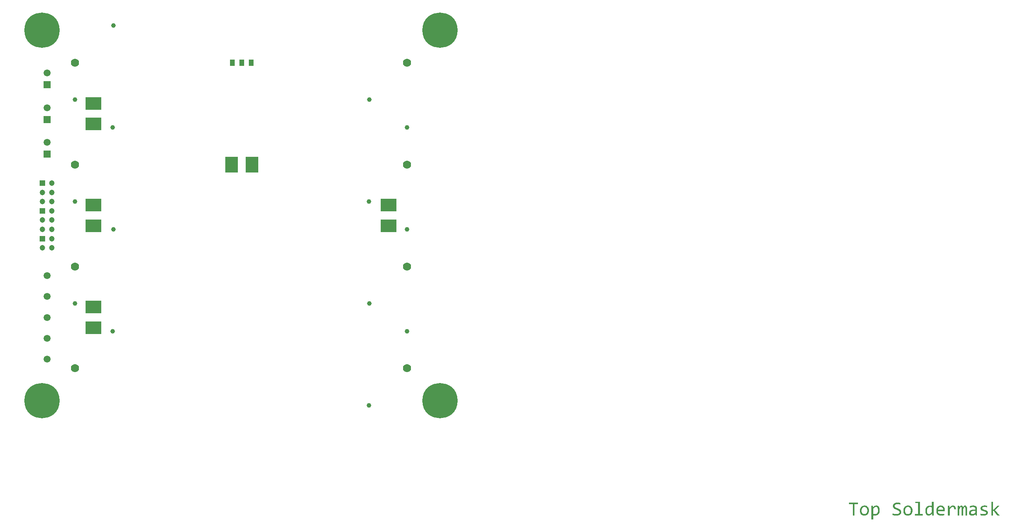
<source format=gts>
G04*
G04 #@! TF.GenerationSoftware,Altium Limited,Altium Designer,20.0.13 (296)*
G04*
G04 Layer_Color=8388736*
%FSLAX25Y25*%
%MOIN*%
G70*
G01*
G75*
%ADD28R,0.04134X0.05315*%
%ADD29R,0.13386X0.10827*%
%ADD30R,0.10827X0.13386*%
%ADD31C,0.05906*%
%ADD32R,0.05906X0.05906*%
%ADD33R,0.04724X0.04724*%
%ADD34C,0.04724*%
%ADD35C,0.07000*%
%ADD36C,0.03937*%
%ADD37C,0.30000*%
G36*
X699063Y-244102D02*
X699281Y-244120D01*
X699391D01*
X699482Y-244138D01*
X699682Y-244156D01*
X699919Y-244193D01*
X699974D01*
X700047Y-244211D01*
X700119D01*
X700320Y-244247D01*
X700557Y-244284D01*
X700611D01*
X700684Y-244302D01*
X700757Y-244320D01*
X700957Y-244357D01*
X701158Y-244393D01*
Y-245705D01*
X701122D01*
X701049Y-245668D01*
X700921Y-245650D01*
X700757Y-245614D01*
X700575Y-245577D01*
X700356Y-245523D01*
X699883Y-245450D01*
X699864D01*
X699773Y-245432D01*
X699664Y-245413D01*
X699500Y-245395D01*
X699318Y-245377D01*
X699099Y-245359D01*
X698662Y-245340D01*
X698461D01*
X698243Y-245359D01*
X697969Y-245395D01*
X697660Y-245450D01*
X697350Y-245523D01*
X697077Y-245632D01*
X696822Y-245778D01*
X696803Y-245796D01*
X696731Y-245851D01*
X696639Y-245942D01*
X696530Y-246069D01*
X696421Y-246233D01*
X696330Y-246434D01*
X696257Y-246652D01*
X696239Y-246907D01*
Y-246926D01*
Y-246980D01*
X696257Y-247053D01*
X696275Y-247163D01*
X696348Y-247399D01*
X696403Y-247527D01*
X696475Y-247654D01*
X696494Y-247673D01*
X696512Y-247709D01*
X696566Y-247764D01*
X696639Y-247837D01*
X696840Y-248019D01*
X697095Y-248219D01*
X697113Y-248237D01*
X697168Y-248256D01*
X697241Y-248310D01*
X697368Y-248365D01*
X697496Y-248438D01*
X697642Y-248511D01*
X698006Y-248657D01*
X698024D01*
X698097Y-248693D01*
X698188Y-248729D01*
X698334Y-248784D01*
X698480Y-248839D01*
X698644Y-248912D01*
X699026Y-249076D01*
X699044D01*
X699117Y-249112D01*
X699227Y-249148D01*
X699354Y-249203D01*
X699518Y-249276D01*
X699682Y-249349D01*
X700065Y-249531D01*
X700083Y-249549D01*
X700156Y-249568D01*
X700247Y-249622D01*
X700375Y-249695D01*
X700666Y-249896D01*
X700957Y-250132D01*
X700976Y-250150D01*
X701030Y-250187D01*
X701103Y-250260D01*
X701194Y-250369D01*
X701286Y-250479D01*
X701395Y-250624D01*
X701595Y-250952D01*
X701614Y-250970D01*
X701632Y-251043D01*
X701668Y-251134D01*
X701723Y-251262D01*
X701778Y-251426D01*
X701814Y-251626D01*
X701832Y-251827D01*
X701850Y-252064D01*
Y-252100D01*
Y-252191D01*
X701832Y-252337D01*
X701814Y-252519D01*
X701778Y-252720D01*
X701705Y-252956D01*
X701632Y-253193D01*
X701522Y-253412D01*
X701504Y-253430D01*
X701468Y-253503D01*
X701395Y-253612D01*
X701304Y-253740D01*
X701176Y-253886D01*
X701030Y-254050D01*
X700848Y-254214D01*
X700648Y-254359D01*
X700630Y-254378D01*
X700557Y-254414D01*
X700429Y-254487D01*
X700283Y-254578D01*
X700083Y-254669D01*
X699864Y-254760D01*
X699609Y-254851D01*
X699318Y-254924D01*
X699281D01*
X699190Y-254961D01*
X699026Y-254979D01*
X698808Y-255015D01*
X698553Y-255052D01*
X698261Y-255070D01*
X697933Y-255106D01*
X697332D01*
X697186Y-255088D01*
X697058D01*
X696731Y-255070D01*
X696658D01*
X696585Y-255052D01*
X696475D01*
X696220Y-255015D01*
X695929Y-254979D01*
X695856D01*
X695783Y-254961D01*
X695692D01*
X695455Y-254924D01*
X695200Y-254888D01*
X695182D01*
X695145Y-254870D01*
X695073Y-254851D01*
X695000Y-254833D01*
X694799Y-254778D01*
X694581Y-254724D01*
Y-253321D01*
X694617Y-253339D01*
X694690Y-253357D01*
X694817Y-253394D01*
X694981Y-253448D01*
X695182Y-253521D01*
X695419Y-253576D01*
X695674Y-253631D01*
X695947Y-253685D01*
X695984D01*
X696075Y-253703D01*
X696239Y-253722D01*
X696457Y-253740D01*
X696712Y-253776D01*
X697004Y-253795D01*
X697332Y-253813D01*
X697951D01*
X698115Y-253795D01*
X698297D01*
X698498Y-253758D01*
X698698Y-253740D01*
X698899Y-253703D01*
X698917D01*
X698990Y-253685D01*
X699063Y-253649D01*
X699190Y-253631D01*
X699445Y-253521D01*
X699700Y-253394D01*
X699719Y-253376D01*
X699755Y-253357D01*
X699810Y-253303D01*
X699883Y-253248D01*
X700047Y-253084D01*
X700174Y-252865D01*
Y-252847D01*
X700192Y-252811D01*
X700229Y-252738D01*
X700247Y-252647D01*
X700283Y-252537D01*
X700302Y-252410D01*
X700320Y-252136D01*
Y-252118D01*
Y-252064D01*
X700302Y-251991D01*
X700283Y-251881D01*
X700211Y-251645D01*
X700156Y-251535D01*
X700065Y-251408D01*
X700047Y-251390D01*
X700028Y-251353D01*
X699974Y-251298D01*
X699901Y-251225D01*
X699810Y-251134D01*
X699700Y-251043D01*
X699427Y-250861D01*
X699409Y-250843D01*
X699354Y-250825D01*
X699281Y-250770D01*
X699172Y-250715D01*
X699044Y-250642D01*
X698899Y-250570D01*
X698534Y-250406D01*
X698516Y-250387D01*
X698443Y-250369D01*
X698352Y-250333D01*
X698206Y-250278D01*
X698061Y-250223D01*
X697878Y-250150D01*
X697496Y-250005D01*
X697477Y-249987D01*
X697405Y-249968D01*
X697314Y-249914D01*
X697186Y-249859D01*
X697022Y-249786D01*
X696858Y-249713D01*
X696475Y-249531D01*
X696457Y-249513D01*
X696384Y-249476D01*
X696293Y-249440D01*
X696166Y-249367D01*
X696038Y-249276D01*
X695874Y-249185D01*
X695564Y-248948D01*
X695546Y-248930D01*
X695510Y-248893D01*
X695437Y-248820D01*
X695346Y-248711D01*
X695255Y-248602D01*
X695145Y-248456D01*
X694945Y-248146D01*
X694927Y-248128D01*
X694909Y-248055D01*
X694872Y-247964D01*
X694836Y-247837D01*
X694781Y-247673D01*
X694744Y-247490D01*
X694726Y-247272D01*
X694708Y-247053D01*
Y-247035D01*
Y-246962D01*
X694726Y-246853D01*
X694744Y-246707D01*
X694763Y-246543D01*
X694799Y-246361D01*
X694854Y-246160D01*
X694927Y-245960D01*
X694945Y-245942D01*
X694963Y-245869D01*
X695036Y-245778D01*
X695109Y-245650D01*
X695200Y-245504D01*
X695328Y-245340D01*
X695473Y-245177D01*
X695637Y-245012D01*
X695655Y-244994D01*
X695728Y-244940D01*
X695838Y-244867D01*
X695984Y-244776D01*
X696147Y-244666D01*
X696366Y-244557D01*
X696603Y-244448D01*
X696876Y-244338D01*
X696913Y-244320D01*
X697022Y-244302D01*
X697168Y-244266D01*
X697386Y-244211D01*
X697660Y-244156D01*
X697969Y-244120D01*
X698316Y-244102D01*
X698698Y-244083D01*
X698880D01*
X699063Y-244102D01*
D02*
G37*
G36*
X729271Y-254961D02*
X727978D01*
X727923Y-253412D01*
Y-253430D01*
X727905Y-253448D01*
X727814Y-253558D01*
X727704Y-253703D01*
X727540Y-253904D01*
X727340Y-254104D01*
X727121Y-254323D01*
X726885Y-254523D01*
X726629Y-254706D01*
X726593Y-254724D01*
X726502Y-254760D01*
X726374Y-254833D01*
X726174Y-254906D01*
X725955Y-254979D01*
X725700Y-255052D01*
X725427Y-255088D01*
X725117Y-255106D01*
X725008D01*
X724862Y-255088D01*
X724698Y-255070D01*
X724516Y-255033D01*
X724297Y-254979D01*
X724097Y-254906D01*
X723878Y-254815D01*
X723860Y-254797D01*
X723787Y-254760D01*
X723696Y-254687D01*
X723569Y-254596D01*
X723423Y-254487D01*
X723277Y-254341D01*
X723131Y-254177D01*
X722986Y-253995D01*
X722967Y-253977D01*
X722931Y-253904D01*
X722858Y-253776D01*
X722785Y-253631D01*
X722694Y-253430D01*
X722603Y-253211D01*
X722512Y-252975D01*
X722439Y-252701D01*
Y-252665D01*
X722421Y-252574D01*
X722384Y-252410D01*
X722366Y-252209D01*
X722330Y-251954D01*
X722293Y-251663D01*
X722275Y-251353D01*
Y-251025D01*
Y-251007D01*
Y-250970D01*
Y-250916D01*
Y-250843D01*
X722293Y-250661D01*
X722311Y-250406D01*
X722348Y-250114D01*
X722384Y-249804D01*
X722457Y-249476D01*
X722548Y-249167D01*
Y-249148D01*
X722567Y-249130D01*
X722603Y-249021D01*
X722676Y-248875D01*
X722767Y-248693D01*
X722876Y-248474D01*
X723022Y-248237D01*
X723186Y-248001D01*
X723368Y-247782D01*
X723386Y-247764D01*
X723459Y-247691D01*
X723569Y-247582D01*
X723733Y-247454D01*
X723915Y-247326D01*
X724133Y-247181D01*
X724370Y-247053D01*
X724644Y-246926D01*
X724680Y-246907D01*
X724771Y-246871D01*
X724935Y-246834D01*
X725136Y-246780D01*
X725372Y-246725D01*
X725664Y-246671D01*
X725974Y-246652D01*
X726302Y-246634D01*
X726538D01*
X726793Y-246652D01*
X727067Y-246689D01*
X727085D01*
X727140Y-246707D01*
X727213D01*
X727304Y-246725D01*
X727559Y-246780D01*
X727832Y-246853D01*
Y-243373D01*
X729271D01*
Y-254961D01*
D02*
G37*
G36*
X773018Y-246598D02*
X773200D01*
X773619Y-246634D01*
X773637D01*
X773728Y-246652D01*
X773838D01*
X774002Y-246671D01*
X774184Y-246707D01*
X774384Y-246725D01*
X774621Y-246780D01*
X774858Y-246816D01*
Y-248092D01*
X774821D01*
X774749Y-248055D01*
X774621Y-248037D01*
X774439Y-248001D01*
X774257Y-247964D01*
X774038Y-247928D01*
X773583Y-247855D01*
X773564D01*
X773473Y-247837D01*
X773364Y-247818D01*
X773218Y-247800D01*
X773054D01*
X772890Y-247782D01*
X772526Y-247764D01*
X772343D01*
X772216Y-247782D01*
X771924Y-247800D01*
X771633Y-247855D01*
X771615D01*
X771578Y-247873D01*
X771505Y-247891D01*
X771414Y-247909D01*
X771232Y-248001D01*
X771032Y-248092D01*
X770995Y-248110D01*
X770904Y-248183D01*
X770813Y-248292D01*
X770722Y-248420D01*
X770704Y-248456D01*
X770685Y-248547D01*
X770649Y-248675D01*
X770631Y-248839D01*
Y-248857D01*
Y-248875D01*
X770649Y-248966D01*
X770667Y-249094D01*
X770704Y-249239D01*
X770722Y-249276D01*
X770777Y-249349D01*
X770886Y-249458D01*
X771032Y-249586D01*
X771050D01*
X771068Y-249622D01*
X771123Y-249640D01*
X771196Y-249695D01*
X771305Y-249750D01*
X771414Y-249804D01*
X771542Y-249859D01*
X771688Y-249932D01*
X771706D01*
X771761Y-249968D01*
X771852Y-249987D01*
X771979Y-250041D01*
X772143Y-250096D01*
X772325Y-250150D01*
X772526Y-250205D01*
X772763Y-250278D01*
X772799Y-250296D01*
X772890Y-250314D01*
X773018Y-250351D01*
X773200Y-250424D01*
X773400Y-250479D01*
X773601Y-250570D01*
X773801Y-250642D01*
X774002Y-250734D01*
X774020Y-250752D01*
X774093Y-250770D01*
X774165Y-250825D01*
X774293Y-250879D01*
X774548Y-251062D01*
X774803Y-251262D01*
X774821Y-251280D01*
X774858Y-251317D01*
X774913Y-251371D01*
X774985Y-251444D01*
X775131Y-251645D01*
X775204Y-251772D01*
X775259Y-251900D01*
Y-251918D01*
X775277Y-251954D01*
X775313Y-252045D01*
X775332Y-252136D01*
X775368Y-252264D01*
X775386Y-252392D01*
X775405Y-252719D01*
Y-252738D01*
Y-252792D01*
Y-252884D01*
X775386Y-252975D01*
X775332Y-253230D01*
X775241Y-253503D01*
Y-253521D01*
X775222Y-253558D01*
X775186Y-253630D01*
X775131Y-253703D01*
X775004Y-253904D01*
X774840Y-254122D01*
X774821Y-254141D01*
X774803Y-254159D01*
X774749Y-254214D01*
X774676Y-254268D01*
X774475Y-254414D01*
X774238Y-254578D01*
X774220D01*
X774184Y-254614D01*
X774111Y-254633D01*
X774020Y-254687D01*
X773801Y-254778D01*
X773528Y-254870D01*
X773510D01*
X773473Y-254888D01*
X773382Y-254906D01*
X773291Y-254924D01*
X773182Y-254961D01*
X773036Y-254979D01*
X772744Y-255033D01*
X772726D01*
X772672Y-255052D01*
X772599D01*
X772489Y-255070D01*
X772252Y-255088D01*
X771961Y-255106D01*
X771651D01*
X771451Y-255088D01*
X771214D01*
X770959Y-255070D01*
X770412Y-255033D01*
X770376D01*
X770303Y-255015D01*
X770157Y-254997D01*
X769993Y-254979D01*
X769774Y-254942D01*
X769556Y-254906D01*
X769064Y-254797D01*
Y-253485D01*
X769100D01*
X769191Y-253521D01*
X769319Y-253558D01*
X769501Y-253612D01*
X769720Y-253667D01*
X769957Y-253722D01*
X770485Y-253813D01*
X770521D01*
X770613Y-253831D01*
X770740Y-253849D01*
X770922D01*
X771141Y-253867D01*
X771378Y-253886D01*
X771906Y-253904D01*
X772070D01*
X772252Y-253886D01*
X772471Y-253867D01*
X772726Y-253831D01*
X772981Y-253795D01*
X773218Y-253722D01*
X773419Y-253630D01*
X773437Y-253612D01*
X773491Y-253576D01*
X773583Y-253521D01*
X773674Y-253430D01*
X773765Y-253321D01*
X773856Y-253175D01*
X773910Y-253011D01*
X773929Y-252829D01*
Y-252811D01*
Y-252792D01*
X773910Y-252701D01*
X773892Y-252574D01*
X773838Y-252446D01*
X773819Y-252410D01*
X773783Y-252337D01*
X773692Y-252228D01*
X773546Y-252100D01*
X773510Y-252064D01*
X773455Y-252045D01*
X773400Y-251991D01*
X773309Y-251954D01*
X773200Y-251900D01*
X773054Y-251827D01*
X772908Y-251772D01*
X772890D01*
X772835Y-251736D01*
X772744Y-251699D01*
X772599Y-251645D01*
X772435Y-251590D01*
X772234Y-251517D01*
X772015Y-251444D01*
X771742Y-251371D01*
X771724D01*
X771651Y-251335D01*
X771542Y-251317D01*
X771414Y-251262D01*
X771250Y-251207D01*
X771086Y-251153D01*
X770722Y-251007D01*
X770704Y-250989D01*
X770649Y-250970D01*
X770558Y-250916D01*
X770449Y-250861D01*
X770175Y-250715D01*
X769902Y-250515D01*
X769884Y-250497D01*
X769847Y-250460D01*
X769774Y-250406D01*
X769702Y-250314D01*
X769519Y-250114D01*
X769355Y-249841D01*
Y-249823D01*
X769319Y-249768D01*
X769301Y-249695D01*
X769264Y-249586D01*
X769228Y-249458D01*
X769210Y-249294D01*
X769173Y-249112D01*
Y-248930D01*
Y-248912D01*
Y-248875D01*
Y-248802D01*
X769191Y-248711D01*
X769210Y-248602D01*
X769228Y-248474D01*
X769319Y-248183D01*
Y-248165D01*
X769355Y-248110D01*
X769392Y-248037D01*
X769447Y-247928D01*
X769519Y-247818D01*
X769611Y-247691D01*
X769738Y-247545D01*
X769866Y-247417D01*
X769884Y-247399D01*
X769939Y-247363D01*
X770030Y-247290D01*
X770139Y-247199D01*
X770285Y-247108D01*
X770467Y-247017D01*
X770667Y-246907D01*
X770904Y-246816D01*
X770941Y-246798D01*
X771032Y-246780D01*
X771159Y-246743D01*
X771360Y-246689D01*
X771596Y-246652D01*
X771870Y-246616D01*
X772198Y-246598D01*
X772544Y-246579D01*
X772872D01*
X773018Y-246598D01*
D02*
G37*
G36*
X680934Y-246598D02*
X681098Y-246616D01*
X681298Y-246652D01*
X681499Y-246707D01*
X681717Y-246780D01*
X681918Y-246889D01*
X681936Y-246907D01*
X682009Y-246944D01*
X682100Y-247017D01*
X682227Y-247108D01*
X682373Y-247217D01*
X682519Y-247363D01*
X682665Y-247527D01*
X682810Y-247727D01*
X682829Y-247745D01*
X682865Y-247818D01*
X682938Y-247928D01*
X683011Y-248092D01*
X683102Y-248274D01*
X683193Y-248493D01*
X683284Y-248748D01*
X683357Y-249021D01*
Y-249057D01*
X683393Y-249149D01*
X683412Y-249312D01*
X683448Y-249513D01*
X683485Y-249750D01*
X683503Y-250041D01*
X683539Y-250351D01*
Y-250697D01*
Y-250715D01*
Y-250752D01*
Y-250806D01*
Y-250879D01*
X683521Y-251098D01*
X683503Y-251353D01*
X683466Y-251663D01*
X683412Y-251973D01*
X683339Y-252301D01*
X683229Y-252628D01*
X683211Y-252665D01*
X683175Y-252756D01*
X683102Y-252902D01*
X683011Y-253102D01*
X682883Y-253303D01*
X682738Y-253539D01*
X682574Y-253758D01*
X682373Y-253977D01*
X682355Y-253995D01*
X682282Y-254068D01*
X682155Y-254159D01*
X682009Y-254287D01*
X681827Y-254414D01*
X681590Y-254560D01*
X681353Y-254687D01*
X681079Y-254797D01*
X681043Y-254815D01*
X680952Y-254833D01*
X680806Y-254870D01*
X680606Y-254924D01*
X680369Y-254979D01*
X680096Y-255015D01*
X679804Y-255033D01*
X679494Y-255052D01*
X679239D01*
X679003Y-255033D01*
X678711Y-254997D01*
X678638D01*
X678565Y-254979D01*
X678474Y-254961D01*
X678346D01*
X678219Y-254942D01*
X677927Y-254888D01*
Y-258331D01*
X676506D01*
Y-246725D01*
X677764D01*
X677855Y-248110D01*
Y-248092D01*
X677891Y-248074D01*
X677964Y-247964D01*
X678091Y-247818D01*
X678255Y-247654D01*
X678456Y-247454D01*
X678675Y-247254D01*
X678911Y-247071D01*
X679166Y-246926D01*
X679203Y-246907D01*
X679294Y-246871D01*
X679422Y-246816D01*
X679622Y-246743D01*
X679841Y-246689D01*
X680096Y-246634D01*
X680387Y-246598D01*
X680679Y-246579D01*
X680806D01*
X680934Y-246598D01*
D02*
G37*
G36*
X745925Y-246598D02*
X746016D01*
X746143Y-246616D01*
X746435Y-246689D01*
X746744Y-246780D01*
X747054Y-246926D01*
X747364Y-247144D01*
X747510Y-247272D01*
X747637Y-247417D01*
X747674Y-247454D01*
X747692Y-247509D01*
X747747Y-247563D01*
X747783Y-247654D01*
X747838Y-247764D01*
X747910Y-247891D01*
X747965Y-248037D01*
X748020Y-248201D01*
X748074Y-248365D01*
X748129Y-248565D01*
X748184Y-248784D01*
X748220Y-249039D01*
X748239Y-249294D01*
X748257Y-249568D01*
Y-249859D01*
X746817D01*
Y-249841D01*
Y-249804D01*
Y-249750D01*
Y-249677D01*
X746799Y-249495D01*
X746781Y-249276D01*
X746744Y-249021D01*
X746690Y-248766D01*
X746599Y-248511D01*
X746489Y-248310D01*
X746471Y-248292D01*
X746435Y-248237D01*
X746344Y-248146D01*
X746234Y-248055D01*
X746089Y-247982D01*
X745925Y-247891D01*
X745724Y-247837D01*
X745487Y-247818D01*
X745378D01*
X745323Y-247837D01*
X745141Y-247855D01*
X744922Y-247928D01*
X744904D01*
X744868Y-247946D01*
X744813Y-247964D01*
X744740Y-248001D01*
X744540Y-248110D01*
X744321Y-248256D01*
X744303Y-248274D01*
X744267Y-248292D01*
X744212Y-248347D01*
X744121Y-248401D01*
X743920Y-248602D01*
X743665Y-248839D01*
X743647Y-248857D01*
X743611Y-248893D01*
X743538Y-248966D01*
X743447Y-249076D01*
X743337Y-249203D01*
X743210Y-249331D01*
X743082Y-249495D01*
X742936Y-249677D01*
Y-254961D01*
X741497D01*
Y-246725D01*
X742791D01*
X742827Y-248256D01*
Y-248237D01*
X742864Y-248219D01*
X742955Y-248110D01*
X743100Y-247964D01*
X743283Y-247764D01*
X743501Y-247563D01*
X743738Y-247345D01*
X743993Y-247144D01*
X744267Y-246980D01*
X744303Y-246962D01*
X744394Y-246926D01*
X744522Y-246853D01*
X744722Y-246780D01*
X744922Y-246707D01*
X745178Y-246634D01*
X745433Y-246598D01*
X745706Y-246579D01*
X745833D01*
X745925Y-246598D01*
D02*
G37*
G36*
X756274D02*
X756365Y-246616D01*
X756492Y-246652D01*
X756620Y-246707D01*
X756765Y-246780D01*
X756911Y-246871D01*
X757057Y-246999D01*
X757203Y-247162D01*
X757330Y-247363D01*
X757458Y-247582D01*
X757549Y-247855D01*
X757622Y-248183D01*
X757676Y-248547D01*
X757695Y-248966D01*
Y-254961D01*
X756274D01*
Y-249057D01*
Y-249039D01*
Y-248985D01*
Y-248930D01*
Y-248839D01*
X756255Y-248638D01*
X756237Y-248438D01*
Y-248420D01*
Y-248401D01*
X756219Y-248292D01*
X756201Y-248165D01*
X756146Y-248037D01*
X756128Y-248019D01*
X756110Y-247964D01*
X756055Y-247891D01*
X756000Y-247837D01*
X755982Y-247818D01*
X755945Y-247800D01*
X755873Y-247782D01*
X755782Y-247764D01*
X755763D01*
X755690Y-247782D01*
X755599Y-247800D01*
X755490Y-247873D01*
X755472Y-247891D01*
X755417Y-247946D01*
X755326Y-248055D01*
X755217Y-248201D01*
Y-248219D01*
X755198Y-248237D01*
X755162Y-248292D01*
X755126Y-248347D01*
X755016Y-248547D01*
X754889Y-248784D01*
Y-248802D01*
X754852Y-248857D01*
X754816Y-248930D01*
X754761Y-249039D01*
X754706Y-249167D01*
X754634Y-249312D01*
X754561Y-249495D01*
X754470Y-249677D01*
Y-254961D01*
X753049D01*
Y-249203D01*
Y-249185D01*
Y-249130D01*
Y-249057D01*
Y-248948D01*
X753030Y-248711D01*
X753012Y-248493D01*
Y-248474D01*
Y-248438D01*
X752994Y-248328D01*
X752976Y-248183D01*
X752921Y-248055D01*
X752903Y-248037D01*
X752885Y-247964D01*
X752830Y-247891D01*
X752775Y-247837D01*
X752757Y-247818D01*
X752721Y-247800D01*
X752648Y-247782D01*
X752557Y-247764D01*
X752538D01*
X752465Y-247782D01*
X752374Y-247800D01*
X752283Y-247855D01*
X752265Y-247873D01*
X752210Y-247928D01*
X752119Y-248019D01*
X752010Y-248165D01*
X751992Y-248201D01*
X751919Y-248310D01*
X751810Y-248493D01*
X751682Y-248729D01*
Y-248748D01*
X751646Y-248802D01*
X751609Y-248875D01*
X751554Y-248985D01*
X751500Y-249112D01*
X751427Y-249276D01*
X751336Y-249476D01*
X751245Y-249677D01*
Y-254961D01*
X749824D01*
Y-246725D01*
X750990D01*
X751063Y-248292D01*
X751081Y-248274D01*
X751099Y-248219D01*
X751135Y-248128D01*
X751190Y-248019D01*
X751336Y-247764D01*
X751482Y-247509D01*
X751500Y-247490D01*
X751518Y-247454D01*
X751554Y-247399D01*
X751609Y-247326D01*
X751737Y-247144D01*
X751901Y-246980D01*
X751919Y-246962D01*
X751937Y-246944D01*
X752046Y-246871D01*
X752192Y-246780D01*
X752356Y-246689D01*
X752374D01*
X752393Y-246671D01*
X752520Y-246634D01*
X752684Y-246598D01*
X752885Y-246579D01*
X752994D01*
X753121Y-246598D01*
X753267Y-246634D01*
X753431Y-246689D01*
X753595Y-246762D01*
X753759Y-246871D01*
X753905Y-247017D01*
X753923Y-247035D01*
X753960Y-247090D01*
X754014Y-247199D01*
X754087Y-247345D01*
X754142Y-247545D01*
X754196Y-247764D01*
X754233Y-248037D01*
X754251Y-248365D01*
X754269Y-248347D01*
X754287Y-248292D01*
X754324Y-248219D01*
X754379Y-248110D01*
X754506Y-247873D01*
X754634Y-247618D01*
Y-247600D01*
X754670Y-247563D01*
X754706Y-247490D01*
X754761Y-247417D01*
X754889Y-247235D01*
X755034Y-247053D01*
X755053Y-247035D01*
X755071Y-247017D01*
X755180Y-246926D01*
X755326Y-246816D01*
X755508Y-246707D01*
X755526D01*
X755563Y-246689D01*
X755618Y-246671D01*
X755690Y-246634D01*
X755891Y-246598D01*
X756128Y-246579D01*
X756201D01*
X756274Y-246598D01*
D02*
G37*
G36*
X779723Y-250497D02*
X783421Y-246725D01*
X785316D01*
X781454Y-250533D01*
X785535Y-254961D01*
X783567D01*
X779723Y-250551D01*
Y-254961D01*
X778301D01*
Y-243373D01*
X779723D01*
Y-250497D01*
D02*
G37*
G36*
X763452Y-246598D02*
X763653Y-246616D01*
X763889Y-246652D01*
X764345Y-246743D01*
X764363D01*
X764454Y-246780D01*
X764564Y-246816D01*
X764691Y-246871D01*
X764855Y-246944D01*
X765019Y-247035D01*
X765183Y-247126D01*
X765347Y-247253D01*
X765365Y-247272D01*
X765420Y-247308D01*
X765493Y-247381D01*
X765584Y-247472D01*
X765693Y-247600D01*
X765802Y-247745D01*
X765894Y-247909D01*
X765985Y-248092D01*
X766003Y-248110D01*
X766021Y-248183D01*
X766058Y-248292D01*
X766112Y-248438D01*
X766149Y-248602D01*
X766185Y-248820D01*
X766203Y-249039D01*
X766222Y-249294D01*
Y-254961D01*
X764928D01*
X764891Y-253867D01*
X764855Y-253904D01*
X764782Y-253977D01*
X764636Y-254086D01*
X764472Y-254232D01*
X764254Y-254378D01*
X764035Y-254542D01*
X763780Y-254687D01*
X763525Y-254815D01*
X763489Y-254833D01*
X763398Y-254851D01*
X763270Y-254906D01*
X763088Y-254961D01*
X762869Y-255015D01*
X762614Y-255052D01*
X762359Y-255088D01*
X762067Y-255106D01*
X761958D01*
X761831Y-255088D01*
X761667D01*
X761466Y-255070D01*
X761266Y-255033D01*
X760865Y-254942D01*
X760847D01*
X760792Y-254906D01*
X760701Y-254870D01*
X760573Y-254815D01*
X760318Y-254651D01*
X760045Y-254450D01*
X760027Y-254432D01*
X759990Y-254396D01*
X759936Y-254323D01*
X759863Y-254232D01*
X759790Y-254122D01*
X759699Y-253995D01*
X759571Y-253703D01*
Y-253685D01*
X759553Y-253630D01*
X759535Y-253539D01*
X759498Y-253430D01*
X759480Y-253284D01*
X759444Y-253120D01*
X759425Y-252774D01*
Y-252756D01*
Y-252719D01*
Y-252647D01*
X759444Y-252574D01*
X759462Y-252465D01*
X759480Y-252337D01*
X759535Y-252064D01*
X759644Y-251754D01*
X759808Y-251426D01*
X759917Y-251262D01*
X760045Y-251116D01*
X760173Y-250970D01*
X760336Y-250825D01*
X760355D01*
X760373Y-250788D01*
X760428Y-250752D01*
X760519Y-250715D01*
X760610Y-250661D01*
X760719Y-250606D01*
X760865Y-250533D01*
X761029Y-250460D01*
X761211Y-250406D01*
X761412Y-250333D01*
X761630Y-250278D01*
X761885Y-250223D01*
X762140Y-250187D01*
X762432Y-250150D01*
X762742Y-250114D01*
X764782D01*
Y-249404D01*
Y-249367D01*
Y-249276D01*
X764764Y-249148D01*
X764727Y-248985D01*
X764673Y-248802D01*
X764582Y-248602D01*
X764472Y-248420D01*
X764309Y-248237D01*
X764290Y-248219D01*
X764217Y-248165D01*
X764108Y-248092D01*
X763962Y-248019D01*
X763762Y-247946D01*
X763507Y-247873D01*
X763215Y-247818D01*
X762887Y-247800D01*
X762632D01*
X762450Y-247818D01*
X762231Y-247837D01*
X762013Y-247873D01*
X761503Y-247964D01*
X761466D01*
X761393Y-248001D01*
X761247Y-248037D01*
X761084Y-248074D01*
X760865Y-248146D01*
X760628Y-248219D01*
X760373Y-248310D01*
X760118Y-248401D01*
Y-247108D01*
X760136D01*
X760173Y-247090D01*
X760209Y-247071D01*
X760282Y-247053D01*
X760464Y-246999D01*
X760701Y-246926D01*
X760719D01*
X760756Y-246907D01*
X760828Y-246889D01*
X760920Y-246871D01*
X761156Y-246816D01*
X761412Y-246762D01*
X761430D01*
X761484Y-246743D01*
X761557Y-246725D01*
X761648Y-246707D01*
X761758Y-246689D01*
X761885Y-246671D01*
X762177Y-246634D01*
X762195D01*
X762250Y-246616D01*
X762323D01*
X762432Y-246598D01*
X762559D01*
X762687Y-246579D01*
X763270D01*
X763452Y-246598D01*
D02*
G37*
G36*
X717684Y-253776D02*
X720143D01*
Y-254961D01*
X713548D01*
Y-253776D01*
X716244D01*
Y-244539D01*
X713821D01*
Y-243373D01*
X717684D01*
Y-253776D01*
D02*
G37*
G36*
X665246Y-245486D02*
X662076D01*
Y-254961D01*
X660600D01*
Y-245486D01*
X657430D01*
Y-244247D01*
X665246D01*
Y-245486D01*
D02*
G37*
G36*
X735630Y-246598D02*
X735831Y-246616D01*
X736067Y-246652D01*
X736323Y-246689D01*
X736578Y-246762D01*
X736833Y-246853D01*
X736869Y-246871D01*
X736942Y-246907D01*
X737070Y-246962D01*
X737234Y-247053D01*
X737397Y-247163D01*
X737598Y-247290D01*
X737780Y-247454D01*
X737962Y-247636D01*
X737981Y-247654D01*
X738035Y-247727D01*
X738126Y-247837D01*
X738217Y-247964D01*
X738327Y-248146D01*
X738454Y-248347D01*
X738564Y-248584D01*
X738655Y-248839D01*
X738673Y-248875D01*
X738691Y-248966D01*
X738728Y-249112D01*
X738782Y-249294D01*
X738819Y-249531D01*
X738855Y-249786D01*
X738873Y-250078D01*
X738892Y-250406D01*
Y-250424D01*
Y-250460D01*
Y-250515D01*
Y-250588D01*
Y-250752D01*
X738873Y-250934D01*
Y-250970D01*
Y-251062D01*
Y-251171D01*
X738855Y-251298D01*
X733079D01*
Y-251317D01*
Y-251353D01*
Y-251426D01*
X733098Y-251499D01*
Y-251608D01*
X733116Y-251736D01*
X733171Y-252027D01*
X733243Y-252337D01*
X733371Y-252665D01*
X733535Y-252975D01*
X733772Y-253248D01*
X733808Y-253284D01*
X733899Y-253357D01*
X734063Y-253467D01*
X734300Y-253576D01*
X734592Y-253703D01*
X734938Y-253813D01*
X735339Y-253886D01*
X735812Y-253922D01*
X736268D01*
X736523Y-253904D01*
X736578D01*
X736651Y-253886D01*
X736742D01*
X736978Y-253849D01*
X737215Y-253831D01*
X737234D01*
X737270Y-253813D01*
X737343D01*
X737434Y-253795D01*
X737634Y-253758D01*
X737871Y-253722D01*
X737889D01*
X737926Y-253703D01*
X737981Y-253685D01*
X738054Y-253667D01*
X738254Y-253631D01*
X738454Y-253576D01*
Y-254742D01*
X738436D01*
X738345Y-254760D01*
X738236Y-254797D01*
X738072Y-254833D01*
X737871Y-254870D01*
X737653Y-254924D01*
X737397Y-254961D01*
X737124Y-254997D01*
X737088D01*
X736997Y-255015D01*
X736851Y-255033D01*
X736669Y-255052D01*
X736432Y-255070D01*
X736177Y-255088D01*
X735904Y-255106D01*
X735430D01*
X735229Y-255088D01*
X734993Y-255070D01*
X734701Y-255033D01*
X734391Y-254997D01*
X734082Y-254924D01*
X733790Y-254833D01*
X733753Y-254815D01*
X733662Y-254778D01*
X733517Y-254706D01*
X733353Y-254614D01*
X733152Y-254505D01*
X732934Y-254359D01*
X732733Y-254195D01*
X732533Y-253995D01*
X732515Y-253977D01*
X732460Y-253904D01*
X732369Y-253776D01*
X732260Y-253631D01*
X732132Y-253430D01*
X732023Y-253211D01*
X731895Y-252938D01*
X731804Y-252665D01*
Y-252647D01*
Y-252628D01*
X731768Y-252519D01*
X731731Y-252355D01*
X731695Y-252136D01*
X731658Y-251863D01*
X731622Y-251572D01*
X731604Y-251225D01*
X731585Y-250861D01*
Y-250843D01*
Y-250825D01*
Y-250715D01*
X731604Y-250551D01*
X731622Y-250333D01*
X731640Y-250096D01*
X731695Y-249823D01*
X731749Y-249531D01*
X731822Y-249239D01*
Y-249221D01*
X731840Y-249203D01*
X731877Y-249112D01*
X731931Y-248966D01*
X732004Y-248766D01*
X732114Y-248565D01*
X732241Y-248328D01*
X732387Y-248092D01*
X732551Y-247873D01*
X732569Y-247855D01*
X732642Y-247782D01*
X732752Y-247673D01*
X732879Y-247527D01*
X733061Y-247381D01*
X733262Y-247217D01*
X733480Y-247071D01*
X733735Y-246926D01*
X733772Y-246907D01*
X733863Y-246871D01*
X734009Y-246816D01*
X734191Y-246743D01*
X734428Y-246689D01*
X734701Y-246634D01*
X734993Y-246598D01*
X735321Y-246579D01*
X735466D01*
X735630Y-246598D01*
D02*
G37*
G36*
X707918D02*
X708118Y-246616D01*
X708373Y-246652D01*
X708628Y-246707D01*
X708902Y-246780D01*
X709175Y-246871D01*
X709211Y-246889D01*
X709302Y-246926D01*
X709430Y-246980D01*
X709594Y-247071D01*
X709776Y-247181D01*
X709976Y-247326D01*
X710177Y-247490D01*
X710359Y-247673D01*
X710377Y-247691D01*
X710432Y-247764D01*
X710523Y-247873D01*
X710632Y-248037D01*
X710760Y-248219D01*
X710887Y-248456D01*
X710997Y-248711D01*
X711106Y-248985D01*
X711124Y-249021D01*
X711142Y-249130D01*
X711197Y-249294D01*
X711252Y-249495D01*
X711288Y-249768D01*
X711343Y-250078D01*
X711361Y-250424D01*
X711379Y-250788D01*
Y-250806D01*
Y-250825D01*
Y-250879D01*
Y-250952D01*
X711361Y-251134D01*
X711343Y-251371D01*
X711306Y-251645D01*
X711270Y-251936D01*
X711197Y-252246D01*
X711106Y-252556D01*
X711088Y-252592D01*
X711051Y-252683D01*
X710997Y-252829D01*
X710906Y-253011D01*
X710796Y-253230D01*
X710669Y-253467D01*
X710505Y-253703D01*
X710323Y-253922D01*
X710304Y-253940D01*
X710231Y-254013D01*
X710122Y-254122D01*
X709976Y-254250D01*
X709794Y-254378D01*
X709594Y-254523D01*
X709339Y-254669D01*
X709084Y-254797D01*
X709047Y-254815D01*
X708956Y-254851D01*
X708810Y-254888D01*
X708610Y-254942D01*
X708355Y-255015D01*
X708082Y-255052D01*
X707772Y-255088D01*
X707426Y-255106D01*
X707280D01*
X707098Y-255088D01*
X706897Y-255070D01*
X706642Y-255033D01*
X706369Y-254997D01*
X706096Y-254924D01*
X705822Y-254833D01*
X705786Y-254815D01*
X705713Y-254778D01*
X705585Y-254724D01*
X705421Y-254633D01*
X705221Y-254523D01*
X705039Y-254378D01*
X704838Y-254214D01*
X704638Y-254031D01*
X704620Y-254013D01*
X704565Y-253940D01*
X704474Y-253831D01*
X704365Y-253667D01*
X704255Y-253485D01*
X704128Y-253248D01*
X704018Y-252993D01*
X703909Y-252720D01*
Y-252701D01*
X703891Y-252683D01*
X703873Y-252574D01*
X703836Y-252410D01*
X703782Y-252191D01*
X703727Y-251918D01*
X703690Y-251608D01*
X703672Y-251262D01*
X703654Y-250898D01*
Y-250879D01*
Y-250861D01*
Y-250806D01*
Y-250734D01*
X703672Y-250551D01*
X703690Y-250333D01*
X703709Y-250059D01*
X703763Y-249768D01*
X703818Y-249458D01*
X703909Y-249167D01*
Y-249148D01*
X703927Y-249130D01*
X703964Y-249039D01*
X704018Y-248875D01*
X704110Y-248693D01*
X704219Y-248474D01*
X704365Y-248256D01*
X704510Y-248019D01*
X704693Y-247800D01*
X704711Y-247782D01*
X704784Y-247709D01*
X704893Y-247600D01*
X705039Y-247472D01*
X705221Y-247326D01*
X705440Y-247181D01*
X705677Y-247035D01*
X705932Y-246907D01*
X705968Y-246889D01*
X706059Y-246853D01*
X706205Y-246798D01*
X706405Y-246743D01*
X706660Y-246689D01*
X706934Y-246634D01*
X707243Y-246598D01*
X707590Y-246579D01*
X707735D01*
X707918Y-246598D01*
D02*
G37*
G36*
X670967Y-246598D02*
X671168Y-246616D01*
X671423Y-246652D01*
X671678Y-246707D01*
X671951Y-246780D01*
X672225Y-246871D01*
X672261Y-246889D01*
X672352Y-246926D01*
X672480Y-246980D01*
X672644Y-247071D01*
X672826Y-247181D01*
X673026Y-247326D01*
X673227Y-247490D01*
X673409Y-247673D01*
X673427Y-247691D01*
X673482Y-247764D01*
X673573Y-247873D01*
X673682Y-248037D01*
X673810Y-248219D01*
X673937Y-248456D01*
X674047Y-248711D01*
X674156Y-248985D01*
X674174Y-249021D01*
X674192Y-249130D01*
X674247Y-249294D01*
X674302Y-249495D01*
X674338Y-249768D01*
X674393Y-250078D01*
X674411Y-250424D01*
X674429Y-250788D01*
Y-250806D01*
Y-250825D01*
Y-250879D01*
Y-250952D01*
X674411Y-251134D01*
X674393Y-251371D01*
X674356Y-251645D01*
X674320Y-251936D01*
X674247Y-252246D01*
X674156Y-252556D01*
X674138Y-252592D01*
X674101Y-252683D01*
X674047Y-252829D01*
X673955Y-253011D01*
X673846Y-253230D01*
X673719Y-253467D01*
X673555Y-253703D01*
X673373Y-253922D01*
X673354Y-253940D01*
X673281Y-254013D01*
X673172Y-254122D01*
X673026Y-254250D01*
X672844Y-254378D01*
X672644Y-254523D01*
X672389Y-254669D01*
X672133Y-254797D01*
X672097Y-254815D01*
X672006Y-254851D01*
X671860Y-254888D01*
X671660Y-254942D01*
X671405Y-255015D01*
X671131Y-255052D01*
X670822Y-255088D01*
X670475Y-255106D01*
X670330D01*
X670148Y-255088D01*
X669947Y-255070D01*
X669692Y-255033D01*
X669419Y-254997D01*
X669145Y-254924D01*
X668872Y-254833D01*
X668836Y-254815D01*
X668763Y-254778D01*
X668635Y-254724D01*
X668471Y-254633D01*
X668271Y-254523D01*
X668089Y-254378D01*
X667888Y-254214D01*
X667688Y-254031D01*
X667670Y-254013D01*
X667615Y-253940D01*
X667524Y-253831D01*
X667415Y-253667D01*
X667305Y-253485D01*
X667178Y-253248D01*
X667068Y-252993D01*
X666959Y-252720D01*
Y-252701D01*
X666941Y-252683D01*
X666923Y-252574D01*
X666886Y-252410D01*
X666831Y-252191D01*
X666777Y-251918D01*
X666740Y-251608D01*
X666722Y-251262D01*
X666704Y-250898D01*
Y-250879D01*
Y-250861D01*
Y-250806D01*
Y-250734D01*
X666722Y-250551D01*
X666740Y-250333D01*
X666759Y-250060D01*
X666813Y-249768D01*
X666868Y-249458D01*
X666959Y-249167D01*
Y-249149D01*
X666977Y-249130D01*
X667014Y-249039D01*
X667068Y-248875D01*
X667160Y-248693D01*
X667269Y-248474D01*
X667415Y-248256D01*
X667560Y-248019D01*
X667742Y-247800D01*
X667761Y-247782D01*
X667834Y-247709D01*
X667943Y-247600D01*
X668089Y-247472D01*
X668271Y-247326D01*
X668490Y-247181D01*
X668726Y-247035D01*
X668982Y-246907D01*
X669018Y-246889D01*
X669109Y-246853D01*
X669255Y-246798D01*
X669455Y-246743D01*
X669710Y-246689D01*
X669984Y-246634D01*
X670293Y-246598D01*
X670640Y-246579D01*
X670785D01*
X670967Y-246598D01*
D02*
G37*
%LPC*%
G36*
X726192Y-247818D02*
X726083D01*
X725992Y-247837D01*
X725791Y-247855D01*
X725536Y-247909D01*
X725227Y-248001D01*
X724935Y-248146D01*
X724644Y-248328D01*
X724370Y-248584D01*
X724352Y-248620D01*
X724279Y-248729D01*
X724225Y-248802D01*
X724170Y-248912D01*
X724115Y-249021D01*
X724060Y-249148D01*
X723988Y-249312D01*
X723933Y-249476D01*
X723878Y-249677D01*
X723842Y-249896D01*
X723787Y-250114D01*
X723769Y-250369D01*
X723733Y-250642D01*
Y-250934D01*
Y-250952D01*
Y-251007D01*
Y-251080D01*
Y-251171D01*
X723751Y-251298D01*
Y-251444D01*
X723787Y-251772D01*
X723842Y-252136D01*
X723915Y-252501D01*
X724024Y-252847D01*
X724170Y-253157D01*
X724188Y-253193D01*
X724243Y-253266D01*
X724352Y-253394D01*
X724498Y-253521D01*
X724662Y-253649D01*
X724880Y-253776D01*
X725117Y-253849D01*
X725409Y-253886D01*
X725500D01*
X725609Y-253867D01*
X725755Y-253831D01*
X725937Y-253776D01*
X726119Y-253685D01*
X726338Y-253576D01*
X726557Y-253412D01*
X726593Y-253394D01*
X726666Y-253321D01*
X726775Y-253211D01*
X726939Y-253047D01*
X727140Y-252847D01*
X727340Y-252592D01*
X727577Y-252301D01*
X727832Y-251973D01*
Y-248165D01*
X727814D01*
X727777Y-248128D01*
X727686Y-248110D01*
X727595Y-248074D01*
X727486Y-248037D01*
X727340Y-247982D01*
X727030Y-247909D01*
X727012D01*
X726958Y-247891D01*
X726885Y-247873D01*
X726775Y-247855D01*
X726648D01*
X726502Y-247837D01*
X726192Y-247818D01*
D02*
G37*
G36*
X680551Y-247818D02*
X680278D01*
X680223Y-247837D01*
X680041Y-247855D01*
X679841Y-247909D01*
X679822D01*
X679786Y-247928D01*
X679731Y-247946D01*
X679658Y-247982D01*
X679476Y-248074D01*
X679257Y-248201D01*
X679239D01*
X679203Y-248237D01*
X679148Y-248274D01*
X679075Y-248347D01*
X678875Y-248511D01*
X678620Y-248748D01*
X678602Y-248766D01*
X678565Y-248802D01*
X678492Y-248875D01*
X678419Y-248966D01*
X678310Y-249094D01*
X678183Y-249240D01*
X678055Y-249385D01*
X677927Y-249568D01*
Y-253558D01*
X677946D01*
X678000Y-253576D01*
X678073Y-253612D01*
X678183Y-253649D01*
X678292Y-253685D01*
X678438Y-253740D01*
X678747Y-253813D01*
X678766D01*
X678820Y-253831D01*
X678911Y-253849D01*
X679021D01*
X679148Y-253867D01*
X679294Y-253886D01*
X679604Y-253904D01*
X679713D01*
X679786Y-253886D01*
X680005Y-253867D01*
X680260Y-253813D01*
X680551Y-253703D01*
X680843Y-253576D01*
X681134Y-253376D01*
X681280Y-253266D01*
X681407Y-253120D01*
Y-253102D01*
X681444Y-253084D01*
X681462Y-253029D01*
X681517Y-252975D01*
X681571Y-252884D01*
X681626Y-252793D01*
X681681Y-252665D01*
X681754Y-252537D01*
X681808Y-252373D01*
X681863Y-252209D01*
X681918Y-252009D01*
X681972Y-251790D01*
X682027Y-251572D01*
X682045Y-251317D01*
X682082Y-251062D01*
Y-250770D01*
Y-250734D01*
Y-250661D01*
Y-250533D01*
X682063Y-250369D01*
Y-250187D01*
X682045Y-249987D01*
X681972Y-249586D01*
Y-249568D01*
X681954Y-249495D01*
X681936Y-249385D01*
X681899Y-249258D01*
X681808Y-248966D01*
X681681Y-248657D01*
Y-248638D01*
X681644Y-248584D01*
X681608Y-248511D01*
X681535Y-248420D01*
X681371Y-248219D01*
X681152Y-248037D01*
X681134Y-248019D01*
X681098Y-248001D01*
X681025Y-247964D01*
X680934Y-247928D01*
X680824Y-247891D01*
X680697Y-247855D01*
X680551Y-247818D01*
D02*
G37*
G36*
X764782Y-251207D02*
X762778D01*
X762650Y-251225D01*
X762359Y-251244D01*
X762049Y-251317D01*
X762031D01*
X761995Y-251335D01*
X761922Y-251353D01*
X761831Y-251390D01*
X761612Y-251499D01*
X761412Y-251626D01*
X761393D01*
X761375Y-251663D01*
X761284Y-251754D01*
X761156Y-251918D01*
X761047Y-252100D01*
Y-252118D01*
X761029Y-252155D01*
X761011Y-252209D01*
X760992Y-252282D01*
X760956Y-252483D01*
X760938Y-252719D01*
Y-252738D01*
Y-252756D01*
X760956Y-252865D01*
X760974Y-253011D01*
X761011Y-253175D01*
Y-253193D01*
X761029Y-253211D01*
X761065Y-253303D01*
X761138Y-253430D01*
X761247Y-253576D01*
X761284Y-253594D01*
X761357Y-253667D01*
X761503Y-253758D01*
X761667Y-253831D01*
X761685D01*
X761721Y-253849D01*
X761776Y-253867D01*
X761849D01*
X762049Y-253904D01*
X762304Y-253922D01*
X762395D01*
X762487Y-253904D01*
X762632Y-253886D01*
X762796Y-253849D01*
X762997Y-253795D01*
X763197Y-253722D01*
X763434Y-253630D01*
X763470Y-253612D01*
X763543Y-253576D01*
X763671Y-253503D01*
X763835Y-253394D01*
X764035Y-253266D01*
X764272Y-253102D01*
X764527Y-252920D01*
X764782Y-252683D01*
Y-251207D01*
D02*
G37*
G36*
X735448Y-247727D02*
X735084D01*
X734974Y-247745D01*
X734847Y-247764D01*
X734701Y-247800D01*
X734391Y-247909D01*
X734373D01*
X734337Y-247946D01*
X734264Y-247982D01*
X734173Y-248037D01*
X733954Y-248201D01*
X733735Y-248420D01*
X733717Y-248438D01*
X733699Y-248474D01*
X733644Y-248547D01*
X733571Y-248638D01*
X733498Y-248748D01*
X733426Y-248893D01*
X733280Y-249203D01*
Y-249221D01*
X733262Y-249276D01*
X733225Y-249367D01*
X733189Y-249495D01*
X733152Y-249640D01*
X733134Y-249823D01*
X733079Y-250205D01*
X737416D01*
Y-250187D01*
Y-250114D01*
Y-250005D01*
Y-249877D01*
X737397Y-249731D01*
X737379Y-249568D01*
X737288Y-249221D01*
Y-249203D01*
X737270Y-249148D01*
X737234Y-249057D01*
X737197Y-248948D01*
X737070Y-248693D01*
X736887Y-248438D01*
X736869Y-248420D01*
X736833Y-248383D01*
X736778Y-248328D01*
X736705Y-248256D01*
X736596Y-248165D01*
X736486Y-248092D01*
X736195Y-247928D01*
X736177Y-247909D01*
X736122Y-247891D01*
X736031Y-247855D01*
X735922Y-247818D01*
X735794Y-247782D01*
X735630Y-247764D01*
X735448Y-247727D01*
D02*
G37*
G36*
X707717Y-247800D02*
X707407D01*
X707280Y-247818D01*
X707134Y-247837D01*
X706952Y-247855D01*
X706770Y-247909D01*
X706588Y-247964D01*
X706405Y-248055D01*
X706387Y-248074D01*
X706332Y-248110D01*
X706241Y-248165D01*
X706150Y-248237D01*
X706023Y-248328D01*
X705895Y-248438D01*
X705658Y-248729D01*
X705640Y-248748D01*
X705604Y-248802D01*
X705567Y-248893D01*
X705494Y-249003D01*
X705421Y-249148D01*
X705367Y-249312D01*
X705294Y-249495D01*
X705239Y-249695D01*
Y-249713D01*
X705221Y-249786D01*
X705203Y-249896D01*
X705185Y-250041D01*
X705148Y-250223D01*
X705130Y-250424D01*
X705112Y-250861D01*
Y-250898D01*
Y-250989D01*
X705130Y-251134D01*
Y-251317D01*
X705148Y-251517D01*
X705185Y-251754D01*
X705276Y-252209D01*
Y-252228D01*
X705312Y-252301D01*
X705349Y-252410D01*
X705403Y-252537D01*
X705549Y-252847D01*
X705749Y-253157D01*
X705768Y-253175D01*
X705804Y-253211D01*
X705877Y-253284D01*
X705968Y-253357D01*
X706077Y-253448D01*
X706205Y-253539D01*
X706496Y-253722D01*
X706515D01*
X706569Y-253758D01*
X706679Y-253776D01*
X706788Y-253813D01*
X706952Y-253849D01*
X707116Y-253867D01*
X707316Y-253904D01*
X707626D01*
X707735Y-253886D01*
X707899Y-253867D01*
X708063Y-253849D01*
X708246Y-253795D01*
X708428Y-253740D01*
X708610Y-253667D01*
X708628Y-253649D01*
X708683Y-253612D01*
X708774Y-253558D01*
X708883Y-253485D01*
X708993Y-253394D01*
X709120Y-253266D01*
X709357Y-252993D01*
X709375Y-252975D01*
X709412Y-252920D01*
X709448Y-252829D01*
X709521Y-252720D01*
X709594Y-252574D01*
X709649Y-252410D01*
X709721Y-252228D01*
X709776Y-252027D01*
Y-252009D01*
X709794Y-251936D01*
X709831Y-251809D01*
X709849Y-251663D01*
X709885Y-251499D01*
X709904Y-251298D01*
X709922Y-250861D01*
Y-250825D01*
Y-250734D01*
Y-250588D01*
X709904Y-250406D01*
X709885Y-250205D01*
X709849Y-249968D01*
X709794Y-249750D01*
X709740Y-249531D01*
Y-249513D01*
X709703Y-249440D01*
X709667Y-249331D01*
X709612Y-249185D01*
X709466Y-248893D01*
X709375Y-248729D01*
X709266Y-248584D01*
X709248Y-248565D01*
X709211Y-248529D01*
X709138Y-248456D01*
X709047Y-248365D01*
X708938Y-248274D01*
X708810Y-248183D01*
X708501Y-248001D01*
X708482Y-247982D01*
X708428Y-247964D01*
X708337Y-247928D01*
X708209Y-247891D01*
X708063Y-247855D01*
X707899Y-247837D01*
X707717Y-247800D01*
D02*
G37*
G36*
X670767Y-247800D02*
X670457D01*
X670330Y-247818D01*
X670184Y-247837D01*
X670002Y-247855D01*
X669820Y-247909D01*
X669637Y-247964D01*
X669455Y-248055D01*
X669437Y-248074D01*
X669382Y-248110D01*
X669291Y-248165D01*
X669200Y-248237D01*
X669072Y-248328D01*
X668945Y-248438D01*
X668708Y-248729D01*
X668690Y-248748D01*
X668653Y-248802D01*
X668617Y-248893D01*
X668544Y-249003D01*
X668471Y-249149D01*
X668417Y-249312D01*
X668344Y-249495D01*
X668289Y-249695D01*
Y-249713D01*
X668271Y-249786D01*
X668253Y-249896D01*
X668234Y-250041D01*
X668198Y-250223D01*
X668180Y-250424D01*
X668161Y-250861D01*
Y-250898D01*
Y-250989D01*
X668180Y-251134D01*
Y-251317D01*
X668198Y-251517D01*
X668234Y-251754D01*
X668326Y-252209D01*
Y-252228D01*
X668362Y-252301D01*
X668398Y-252410D01*
X668453Y-252537D01*
X668599Y-252847D01*
X668799Y-253157D01*
X668818Y-253175D01*
X668854Y-253211D01*
X668927Y-253284D01*
X669018Y-253357D01*
X669127Y-253448D01*
X669255Y-253539D01*
X669546Y-253722D01*
X669564D01*
X669619Y-253758D01*
X669729Y-253776D01*
X669838Y-253813D01*
X670002Y-253849D01*
X670166Y-253867D01*
X670366Y-253904D01*
X670676D01*
X670785Y-253886D01*
X670949Y-253867D01*
X671113Y-253849D01*
X671295Y-253795D01*
X671478Y-253740D01*
X671660Y-253667D01*
X671678Y-253649D01*
X671733Y-253612D01*
X671824Y-253558D01*
X671933Y-253485D01*
X672042Y-253394D01*
X672170Y-253266D01*
X672407Y-252993D01*
X672425Y-252975D01*
X672462Y-252920D01*
X672498Y-252829D01*
X672571Y-252720D01*
X672644Y-252574D01*
X672698Y-252410D01*
X672771Y-252228D01*
X672826Y-252027D01*
Y-252009D01*
X672844Y-251936D01*
X672881Y-251809D01*
X672899Y-251663D01*
X672935Y-251499D01*
X672953Y-251298D01*
X672972Y-250861D01*
Y-250825D01*
Y-250734D01*
Y-250588D01*
X672953Y-250406D01*
X672935Y-250205D01*
X672899Y-249968D01*
X672844Y-249750D01*
X672789Y-249531D01*
Y-249513D01*
X672753Y-249440D01*
X672717Y-249331D01*
X672662Y-249185D01*
X672516Y-248893D01*
X672425Y-248729D01*
X672316Y-248584D01*
X672297Y-248565D01*
X672261Y-248529D01*
X672188Y-248456D01*
X672097Y-248365D01*
X671988Y-248274D01*
X671860Y-248183D01*
X671551Y-248001D01*
X671532Y-247982D01*
X671478Y-247964D01*
X671386Y-247928D01*
X671259Y-247891D01*
X671113Y-247855D01*
X670949Y-247837D01*
X670767Y-247800D01*
D02*
G37*
%LPD*%
D28*
X133661Y129921D02*
D03*
X149803D02*
D03*
X141732D02*
D03*
D29*
X266452Y-8760D02*
D03*
Y8760D02*
D03*
X15748Y-8760D02*
D03*
Y8760D02*
D03*
Y-95374D02*
D03*
Y-77854D02*
D03*
Y95374D02*
D03*
Y77854D02*
D03*
D30*
X150492Y43307D02*
D03*
X132972D02*
D03*
D31*
X-23622Y-122047D02*
D03*
Y-51181D02*
D03*
Y-104331D02*
D03*
Y-86614D02*
D03*
Y-68898D02*
D03*
Y62165D02*
D03*
Y91535D02*
D03*
Y121221D02*
D03*
D32*
Y52165D02*
D03*
Y81535D02*
D03*
Y111221D02*
D03*
D33*
X-27559Y-19685D02*
D03*
Y3937D02*
D03*
Y27559D02*
D03*
D34*
X-19685Y-19685D02*
D03*
X-27559Y-27559D02*
D03*
X-19685D02*
D03*
Y3937D02*
D03*
X-27559Y-3937D02*
D03*
X-19685D02*
D03*
X-27559Y-11811D02*
D03*
X-19685D02*
D03*
Y27559D02*
D03*
X-27559Y19685D02*
D03*
X-19685D02*
D03*
X-27559Y11811D02*
D03*
X-19685D02*
D03*
D35*
X282200Y129921D02*
D03*
X0D02*
D03*
X282198Y43307D02*
D03*
X-2D02*
D03*
Y-43307D02*
D03*
X282198D02*
D03*
X-2Y-129921D02*
D03*
X282198D02*
D03*
D36*
X250100Y98421D02*
D03*
X32600Y161421D02*
D03*
X0Y98421D02*
D03*
X282198Y74807D02*
D03*
X249598Y11807D02*
D03*
X32098Y74807D02*
D03*
X-2Y11807D02*
D03*
Y-74807D02*
D03*
X32598Y-11807D02*
D03*
X250098Y-74807D02*
D03*
X282198Y-11807D02*
D03*
X32098Y-98421D02*
D03*
X249598Y-161421D02*
D03*
X282198Y-98421D02*
D03*
D37*
X310070Y-157480D02*
D03*
Y157480D02*
D03*
X-27870D02*
D03*
Y-157480D02*
D03*
M02*

</source>
